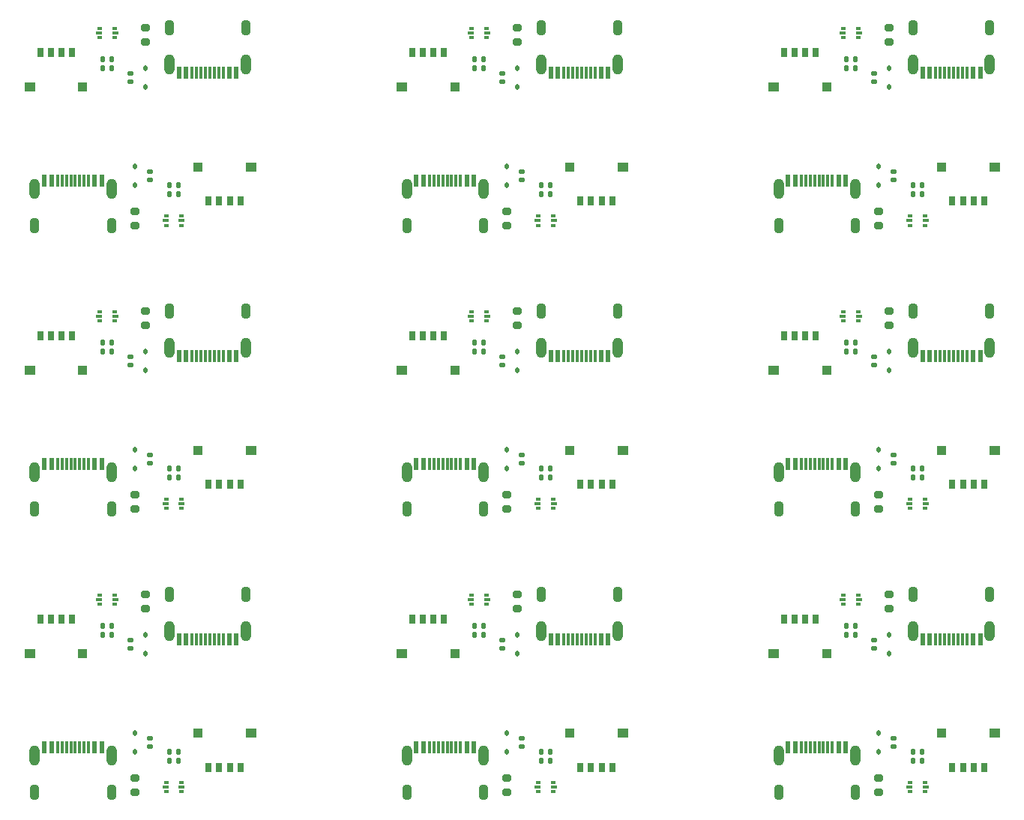
<source format=gtp>
%TF.GenerationSoftware,KiCad,Pcbnew,7.0.5*%
%TF.CreationDate,2023-07-04T16:39:27+08:00*%
%TF.ProjectId,u3-panelized,75332d70-616e-4656-9c69-7a65642e6b69,rev?*%
%TF.SameCoordinates,PX1312d00PY1312d00*%
%TF.FileFunction,Paste,Top*%
%TF.FilePolarity,Positive*%
%FSLAX46Y46*%
G04 Gerber Fmt 4.6, Leading zero omitted, Abs format (unit mm)*
G04 Created by KiCad (PCBNEW 7.0.5) date 2023-07-04 16:39:27*
%MOMM*%
%LPD*%
G01*
G04 APERTURE LIST*
G04 Aperture macros list*
%AMRoundRect*
0 Rectangle with rounded corners*
0 $1 Rounding radius*
0 $2 $3 $4 $5 $6 $7 $8 $9 X,Y pos of 4 corners*
0 Add a 4 corners polygon primitive as box body*
4,1,4,$2,$3,$4,$5,$6,$7,$8,$9,$2,$3,0*
0 Add four circle primitives for the rounded corners*
1,1,$1+$1,$2,$3*
1,1,$1+$1,$4,$5*
1,1,$1+$1,$6,$7*
1,1,$1+$1,$8,$9*
0 Add four rect primitives between the rounded corners*
20,1,$1+$1,$2,$3,$4,$5,0*
20,1,$1+$1,$4,$5,$6,$7,0*
20,1,$1+$1,$6,$7,$8,$9,0*
20,1,$1+$1,$8,$9,$2,$3,0*%
G04 Aperture macros list end*
%ADD10RoundRect,0.112500X0.112500X-0.187500X0.112500X0.187500X-0.112500X0.187500X-0.112500X-0.187500X0*%
%ADD11RoundRect,0.200000X0.275000X-0.200000X0.275000X0.200000X-0.275000X0.200000X-0.275000X-0.200000X0*%
%ADD12RoundRect,0.135000X-0.135000X-0.185000X0.135000X-0.185000X0.135000X0.185000X-0.135000X0.185000X0*%
%ADD13R,0.600000X1.450000*%
%ADD14R,0.300000X1.450000*%
%ADD15O,1.200000X2.300000*%
%ADD16O,1.100000X1.800000*%
%ADD17RoundRect,0.135000X0.135000X0.185000X-0.135000X0.185000X-0.135000X-0.185000X0.135000X-0.185000X0*%
%ADD18RoundRect,0.140000X-0.170000X0.140000X-0.170000X-0.140000X0.170000X-0.140000X0.170000X0.140000X0*%
%ADD19RoundRect,0.200000X-0.275000X0.200000X-0.275000X-0.200000X0.275000X-0.200000X0.275000X0.200000X0*%
%ADD20R,0.800000X1.000000*%
%ADD21R,1.200000X1.000000*%
%ADD22R,1.100000X1.000000*%
%ADD23RoundRect,0.112500X-0.112500X0.187500X-0.112500X-0.187500X0.112500X-0.187500X0.112500X0.187500X0*%
%ADD24RoundRect,0.140000X0.170000X-0.140000X0.170000X0.140000X-0.170000X0.140000X-0.170000X-0.140000X0*%
%ADD25R,0.500000X0.375000*%
%ADD26R,0.650000X0.300000*%
G04 APERTURE END LIST*
D10*
%TO.C,D1*%
X69598601Y-79000001D03*
X69598601Y-76900001D03*
%TD*%
D11*
%TO.C,R3*%
X27598601Y-41950000D03*
X27598601Y-40300000D03*
%TD*%
D12*
%TO.C,R2*%
X22738601Y-76900000D03*
X23758601Y-76900000D03*
%TD*%
D13*
%TO.C,J1*%
X100148601Y-57605000D03*
X100948601Y-57605000D03*
D14*
X102148601Y-57605000D03*
X103148601Y-57605000D03*
X103648601Y-57605000D03*
X104648601Y-57605000D03*
D13*
X105848601Y-57605000D03*
X106648601Y-57605000D03*
X106648601Y-57605000D03*
X105848601Y-57605000D03*
D14*
X105148601Y-57605000D03*
X104148601Y-57605000D03*
X102648601Y-57605000D03*
X101648601Y-57605000D03*
D13*
X100948601Y-57605000D03*
X100148601Y-57605000D03*
D15*
X99078601Y-58520000D03*
D16*
X99078601Y-62700000D03*
D15*
X107718601Y-58520000D03*
D16*
X107718601Y-62700000D03*
%TD*%
D13*
%TO.C,J1*%
X79848601Y-77395000D03*
X79048601Y-77395000D03*
D14*
X77848601Y-77395000D03*
X76848601Y-77395000D03*
X76348601Y-77395000D03*
X75348601Y-77395000D03*
D13*
X74148601Y-77395000D03*
X73348601Y-77395000D03*
X73348601Y-77395000D03*
X74148601Y-77395000D03*
D14*
X74848601Y-77395000D03*
X75848601Y-77395000D03*
X77348601Y-77395000D03*
X78348601Y-77395000D03*
D13*
X79048601Y-77395000D03*
X79848601Y-77395000D03*
D15*
X80918601Y-76480000D03*
D16*
X80918601Y-72300000D03*
D15*
X72278601Y-76480000D03*
D16*
X72278601Y-72300000D03*
%TD*%
D17*
%TO.C,R1*%
X65758601Y-43900000D03*
X64738601Y-43900000D03*
%TD*%
D10*
%TO.C,D1*%
X111598601Y-15000001D03*
X111598601Y-12900001D03*
%TD*%
D11*
%TO.C,R3*%
X27598601Y-73950000D03*
X27598601Y-72300000D03*
%TD*%
D12*
%TO.C,R2*%
X106738601Y-12900000D03*
X107758601Y-12900000D03*
%TD*%
D18*
%TO.C,C1*%
X28098601Y-56569999D03*
X28098601Y-57529999D03*
%TD*%
D17*
%TO.C,R1*%
X65758601Y-75900000D03*
X64738601Y-75900000D03*
%TD*%
D12*
%TO.C,R1*%
X72238601Y-27100000D03*
X73258601Y-27100000D03*
%TD*%
D13*
%TO.C,J1*%
X121848601Y-13395000D03*
X121048601Y-13395000D03*
D14*
X119848601Y-13395000D03*
X118848601Y-13395000D03*
X118348601Y-13395000D03*
X117348601Y-13395000D03*
D13*
X116148601Y-13395000D03*
X115348601Y-13395000D03*
X115348601Y-13395000D03*
X116148601Y-13395000D03*
D14*
X116848601Y-13395000D03*
X117848601Y-13395000D03*
X119348601Y-13395000D03*
X120348601Y-13395000D03*
D13*
X121048601Y-13395000D03*
X121848601Y-13395000D03*
D15*
X122918601Y-12480000D03*
D16*
X122918601Y-8300000D03*
D15*
X114278601Y-12480000D03*
D16*
X114278601Y-8300000D03*
%TD*%
D19*
%TO.C,R3*%
X68398601Y-61050000D03*
X68398601Y-62700000D03*
%TD*%
D20*
%TO.C,J2*%
X99698601Y-43125000D03*
X100898601Y-43125000D03*
X102098601Y-43125000D03*
X103298601Y-43125000D03*
D21*
X98498601Y-46975000D03*
D22*
X104498601Y-46975000D03*
%TD*%
D23*
%TO.C,D1*%
X68398601Y-55999999D03*
X68398601Y-58099999D03*
%TD*%
D18*
%TO.C,C1*%
X28098601Y-24569999D03*
X28098601Y-25529999D03*
%TD*%
D24*
%TO.C,C1*%
X109898601Y-46430001D03*
X109898601Y-45470001D03*
%TD*%
D11*
%TO.C,R3*%
X27598601Y-9950000D03*
X27598601Y-8300000D03*
%TD*%
D25*
%TO.C,U1*%
X71898601Y-93550000D03*
D26*
X71823601Y-94087500D03*
D25*
X71898601Y-94625000D03*
X73598601Y-94625000D03*
D26*
X73673601Y-94087500D03*
D25*
X73598601Y-93550000D03*
%TD*%
D13*
%TO.C,J1*%
X58148601Y-89605000D03*
X58948601Y-89605000D03*
D14*
X60148601Y-89605000D03*
X61148601Y-89605000D03*
X61648601Y-89605000D03*
X62648601Y-89605000D03*
D13*
X63848601Y-89605000D03*
X64648601Y-89605000D03*
X64648601Y-89605000D03*
X63848601Y-89605000D03*
D14*
X63148601Y-89605000D03*
X62148601Y-89605000D03*
X60648601Y-89605000D03*
X59648601Y-89605000D03*
D13*
X58948601Y-89605000D03*
X58148601Y-89605000D03*
D15*
X57078601Y-90520000D03*
D16*
X57078601Y-94700000D03*
D15*
X65718601Y-90520000D03*
D16*
X65718601Y-94700000D03*
%TD*%
D17*
%TO.C,R1*%
X65758601Y-11900000D03*
X64738601Y-11900000D03*
%TD*%
D25*
%TO.C,U1*%
X24098601Y-41450000D03*
D26*
X24173601Y-40912500D03*
D25*
X24098601Y-40375000D03*
X22398601Y-40375000D03*
D26*
X22323601Y-40912500D03*
D25*
X22398601Y-41450000D03*
%TD*%
D24*
%TO.C,C1*%
X25898601Y-14430001D03*
X25898601Y-13470001D03*
%TD*%
D18*
%TO.C,C1*%
X112098601Y-56569999D03*
X112098601Y-57529999D03*
%TD*%
D25*
%TO.C,U1*%
X66098601Y-9450000D03*
D26*
X66173601Y-8912500D03*
D25*
X66098601Y-8375000D03*
X64398601Y-8375000D03*
D26*
X64323601Y-8912500D03*
D25*
X64398601Y-9450000D03*
%TD*%
D18*
%TO.C,C1*%
X28098601Y-88569999D03*
X28098601Y-89529999D03*
%TD*%
D24*
%TO.C,C1*%
X67898601Y-46430001D03*
X67898601Y-45470001D03*
%TD*%
D20*
%TO.C,J2*%
X38298601Y-59875000D03*
X37098601Y-59875000D03*
X35898601Y-59875000D03*
X34698601Y-59875000D03*
D21*
X39498601Y-56025000D03*
D22*
X33498601Y-56025000D03*
%TD*%
D10*
%TO.C,D1*%
X69598601Y-47000001D03*
X69598601Y-44900001D03*
%TD*%
D13*
%TO.C,J1*%
X16148601Y-57605000D03*
X16948601Y-57605000D03*
D14*
X18148601Y-57605000D03*
X19148601Y-57605000D03*
X19648601Y-57605000D03*
X20648601Y-57605000D03*
D13*
X21848601Y-57605000D03*
X22648601Y-57605000D03*
X22648601Y-57605000D03*
X21848601Y-57605000D03*
D14*
X21148601Y-57605000D03*
X20148601Y-57605000D03*
X18648601Y-57605000D03*
X17648601Y-57605000D03*
D13*
X16948601Y-57605000D03*
X16148601Y-57605000D03*
D15*
X15078601Y-58520000D03*
D16*
X15078601Y-62700000D03*
D15*
X23718601Y-58520000D03*
D16*
X23718601Y-62700000D03*
%TD*%
D18*
%TO.C,C1*%
X70098601Y-88569999D03*
X70098601Y-89529999D03*
%TD*%
%TO.C,C1*%
X112098601Y-24569999D03*
X112098601Y-25529999D03*
%TD*%
D25*
%TO.C,U1*%
X29898601Y-93550000D03*
D26*
X29823601Y-94087500D03*
D25*
X29898601Y-94625000D03*
X31598601Y-94625000D03*
D26*
X31673601Y-94087500D03*
D25*
X31598601Y-93550000D03*
%TD*%
D20*
%TO.C,J2*%
X57698601Y-75125000D03*
X58898601Y-75125000D03*
X60098601Y-75125000D03*
X61298601Y-75125000D03*
D21*
X56498601Y-78975000D03*
D22*
X62498601Y-78975000D03*
%TD*%
D12*
%TO.C,R1*%
X30238601Y-59100000D03*
X31258601Y-59100000D03*
%TD*%
D17*
%TO.C,R2*%
X73258601Y-90100000D03*
X72238601Y-90100000D03*
%TD*%
%TO.C,R1*%
X23758601Y-43900000D03*
X22738601Y-43900000D03*
%TD*%
D25*
%TO.C,U1*%
X108098601Y-9450000D03*
D26*
X108173601Y-8912500D03*
D25*
X108098601Y-8375000D03*
X106398601Y-8375000D03*
D26*
X106323601Y-8912500D03*
D25*
X106398601Y-9450000D03*
%TD*%
D17*
%TO.C,R2*%
X73258601Y-26100000D03*
X72238601Y-26100000D03*
%TD*%
D20*
%TO.C,J2*%
X15698601Y-11125000D03*
X16898601Y-11125000D03*
X18098601Y-11125000D03*
X19298601Y-11125000D03*
D21*
X14498601Y-14975000D03*
D22*
X20498601Y-14975000D03*
%TD*%
D24*
%TO.C,C1*%
X67898601Y-14430001D03*
X67898601Y-13470001D03*
%TD*%
D25*
%TO.C,U1*%
X66098601Y-41450000D03*
D26*
X66173601Y-40912500D03*
D25*
X66098601Y-40375000D03*
X64398601Y-40375000D03*
D26*
X64323601Y-40912500D03*
D25*
X64398601Y-41450000D03*
%TD*%
%TO.C,U1*%
X66098601Y-73450000D03*
D26*
X66173601Y-72912500D03*
D25*
X66098601Y-72375000D03*
X64398601Y-72375000D03*
D26*
X64323601Y-72912500D03*
D25*
X64398601Y-73450000D03*
%TD*%
D24*
%TO.C,C1*%
X109898601Y-14430001D03*
X109898601Y-13470001D03*
%TD*%
D23*
%TO.C,D1*%
X68398601Y-87999999D03*
X68398601Y-90099999D03*
%TD*%
D25*
%TO.C,U1*%
X113898601Y-61550000D03*
D26*
X113823601Y-62087500D03*
D25*
X113898601Y-62625000D03*
X115598601Y-62625000D03*
D26*
X115673601Y-62087500D03*
D25*
X115598601Y-61550000D03*
%TD*%
D17*
%TO.C,R2*%
X31258601Y-26100000D03*
X30238601Y-26100000D03*
%TD*%
D18*
%TO.C,C1*%
X70098601Y-56569999D03*
X70098601Y-57529999D03*
%TD*%
D19*
%TO.C,R3*%
X68398601Y-93050000D03*
X68398601Y-94700000D03*
%TD*%
%TO.C,R3*%
X110398601Y-93050000D03*
X110398601Y-94700000D03*
%TD*%
D13*
%TO.C,J1*%
X37848601Y-45395000D03*
X37048601Y-45395000D03*
D14*
X35848601Y-45395000D03*
X34848601Y-45395000D03*
X34348601Y-45395000D03*
X33348601Y-45395000D03*
D13*
X32148601Y-45395000D03*
X31348601Y-45395000D03*
X31348601Y-45395000D03*
X32148601Y-45395000D03*
D14*
X32848601Y-45395000D03*
X33848601Y-45395000D03*
X35348601Y-45395000D03*
X36348601Y-45395000D03*
D13*
X37048601Y-45395000D03*
X37848601Y-45395000D03*
D15*
X38918601Y-44480000D03*
D16*
X38918601Y-40300000D03*
D15*
X30278601Y-44480000D03*
D16*
X30278601Y-40300000D03*
%TD*%
D17*
%TO.C,R2*%
X115258601Y-26100000D03*
X114238601Y-26100000D03*
%TD*%
D20*
%TO.C,J2*%
X38298601Y-91875000D03*
X37098601Y-91875000D03*
X35898601Y-91875000D03*
X34698601Y-91875000D03*
D21*
X39498601Y-88025000D03*
D22*
X33498601Y-88025000D03*
%TD*%
D10*
%TO.C,D1*%
X27598601Y-15000001D03*
X27598601Y-12900001D03*
%TD*%
%TO.C,D1*%
X69598601Y-15000001D03*
X69598601Y-12900001D03*
%TD*%
D12*
%TO.C,R1*%
X114238601Y-59100000D03*
X115258601Y-59100000D03*
%TD*%
D13*
%TO.C,J1*%
X121848601Y-77395000D03*
X121048601Y-77395000D03*
D14*
X119848601Y-77395000D03*
X118848601Y-77395000D03*
X118348601Y-77395000D03*
X117348601Y-77395000D03*
D13*
X116148601Y-77395000D03*
X115348601Y-77395000D03*
X115348601Y-77395000D03*
X116148601Y-77395000D03*
D14*
X116848601Y-77395000D03*
X117848601Y-77395000D03*
X119348601Y-77395000D03*
X120348601Y-77395000D03*
D13*
X121048601Y-77395000D03*
X121848601Y-77395000D03*
D15*
X122918601Y-76480000D03*
D16*
X122918601Y-72300000D03*
D15*
X114278601Y-76480000D03*
D16*
X114278601Y-72300000D03*
%TD*%
D25*
%TO.C,U1*%
X71898601Y-61550000D03*
D26*
X71823601Y-62087500D03*
D25*
X71898601Y-62625000D03*
X73598601Y-62625000D03*
D26*
X73673601Y-62087500D03*
D25*
X73598601Y-61550000D03*
%TD*%
D20*
%TO.C,J2*%
X15698601Y-43125000D03*
X16898601Y-43125000D03*
X18098601Y-43125000D03*
X19298601Y-43125000D03*
D21*
X14498601Y-46975000D03*
D22*
X20498601Y-46975000D03*
%TD*%
D24*
%TO.C,C1*%
X25898601Y-78430001D03*
X25898601Y-77470001D03*
%TD*%
D12*
%TO.C,R2*%
X64738601Y-76900000D03*
X65758601Y-76900000D03*
%TD*%
D19*
%TO.C,R3*%
X110398601Y-61050000D03*
X110398601Y-62700000D03*
%TD*%
D13*
%TO.C,J1*%
X100148601Y-25605000D03*
X100948601Y-25605000D03*
D14*
X102148601Y-25605000D03*
X103148601Y-25605000D03*
X103648601Y-25605000D03*
X104648601Y-25605000D03*
D13*
X105848601Y-25605000D03*
X106648601Y-25605000D03*
X106648601Y-25605000D03*
X105848601Y-25605000D03*
D14*
X105148601Y-25605000D03*
X104148601Y-25605000D03*
X102648601Y-25605000D03*
X101648601Y-25605000D03*
D13*
X100948601Y-25605000D03*
X100148601Y-25605000D03*
D15*
X99078601Y-26520000D03*
D16*
X99078601Y-30700000D03*
D15*
X107718601Y-26520000D03*
D16*
X107718601Y-30700000D03*
%TD*%
D25*
%TO.C,U1*%
X113898601Y-93550000D03*
D26*
X113823601Y-94087500D03*
D25*
X113898601Y-94625000D03*
X115598601Y-94625000D03*
D26*
X115673601Y-94087500D03*
D25*
X115598601Y-93550000D03*
%TD*%
D13*
%TO.C,J1*%
X16148601Y-89605000D03*
X16948601Y-89605000D03*
D14*
X18148601Y-89605000D03*
X19148601Y-89605000D03*
X19648601Y-89605000D03*
X20648601Y-89605000D03*
D13*
X21848601Y-89605000D03*
X22648601Y-89605000D03*
X22648601Y-89605000D03*
X21848601Y-89605000D03*
D14*
X21148601Y-89605000D03*
X20148601Y-89605000D03*
X18648601Y-89605000D03*
X17648601Y-89605000D03*
D13*
X16948601Y-89605000D03*
X16148601Y-89605000D03*
D15*
X15078601Y-90520000D03*
D16*
X15078601Y-94700000D03*
D15*
X23718601Y-90520000D03*
D16*
X23718601Y-94700000D03*
%TD*%
D17*
%TO.C,R2*%
X115258601Y-58100000D03*
X114238601Y-58100000D03*
%TD*%
D10*
%TO.C,D1*%
X27598601Y-47000001D03*
X27598601Y-44900001D03*
%TD*%
D20*
%TO.C,J2*%
X80298601Y-59875000D03*
X79098601Y-59875000D03*
X77898601Y-59875000D03*
X76698601Y-59875000D03*
D21*
X81498601Y-56025000D03*
D22*
X75498601Y-56025000D03*
%TD*%
D13*
%TO.C,J1*%
X79848601Y-45395000D03*
X79048601Y-45395000D03*
D14*
X77848601Y-45395000D03*
X76848601Y-45395000D03*
X76348601Y-45395000D03*
X75348601Y-45395000D03*
D13*
X74148601Y-45395000D03*
X73348601Y-45395000D03*
X73348601Y-45395000D03*
X74148601Y-45395000D03*
D14*
X74848601Y-45395000D03*
X75848601Y-45395000D03*
X77348601Y-45395000D03*
X78348601Y-45395000D03*
D13*
X79048601Y-45395000D03*
X79848601Y-45395000D03*
D15*
X80918601Y-44480000D03*
D16*
X80918601Y-40300000D03*
D15*
X72278601Y-44480000D03*
D16*
X72278601Y-40300000D03*
%TD*%
D17*
%TO.C,R2*%
X115258601Y-90100000D03*
X114238601Y-90100000D03*
%TD*%
D12*
%TO.C,R2*%
X22738601Y-12900000D03*
X23758601Y-12900000D03*
%TD*%
D25*
%TO.C,U1*%
X71898601Y-29550000D03*
D26*
X71823601Y-30087500D03*
D25*
X71898601Y-30625000D03*
X73598601Y-30625000D03*
D26*
X73673601Y-30087500D03*
D25*
X73598601Y-29550000D03*
%TD*%
D20*
%TO.C,J2*%
X57698601Y-11125000D03*
X58898601Y-11125000D03*
X60098601Y-11125000D03*
X61298601Y-11125000D03*
D21*
X56498601Y-14975000D03*
D22*
X62498601Y-14975000D03*
%TD*%
D17*
%TO.C,R1*%
X23758601Y-75900000D03*
X22738601Y-75900000D03*
%TD*%
D12*
%TO.C,R1*%
X30238601Y-91100000D03*
X31258601Y-91100000D03*
%TD*%
D11*
%TO.C,R3*%
X111598601Y-41950000D03*
X111598601Y-40300000D03*
%TD*%
D25*
%TO.C,U1*%
X24098601Y-9450000D03*
D26*
X24173601Y-8912500D03*
D25*
X24098601Y-8375000D03*
X22398601Y-8375000D03*
D26*
X22323601Y-8912500D03*
D25*
X22398601Y-9450000D03*
%TD*%
D13*
%TO.C,J1*%
X37848601Y-77395000D03*
X37048601Y-77395000D03*
D14*
X35848601Y-77395000D03*
X34848601Y-77395000D03*
X34348601Y-77395000D03*
X33348601Y-77395000D03*
D13*
X32148601Y-77395000D03*
X31348601Y-77395000D03*
X31348601Y-77395000D03*
X32148601Y-77395000D03*
D14*
X32848601Y-77395000D03*
X33848601Y-77395000D03*
X35348601Y-77395000D03*
X36348601Y-77395000D03*
D13*
X37048601Y-77395000D03*
X37848601Y-77395000D03*
D15*
X38918601Y-76480000D03*
D16*
X38918601Y-72300000D03*
D15*
X30278601Y-76480000D03*
D16*
X30278601Y-72300000D03*
%TD*%
D12*
%TO.C,R1*%
X114238601Y-27100000D03*
X115258601Y-27100000D03*
%TD*%
D23*
%TO.C,D1*%
X110398601Y-55999999D03*
X110398601Y-58099999D03*
%TD*%
D20*
%TO.C,J2*%
X80298601Y-27875000D03*
X79098601Y-27875000D03*
X77898601Y-27875000D03*
X76698601Y-27875000D03*
D21*
X81498601Y-24025000D03*
D22*
X75498601Y-24025000D03*
%TD*%
D12*
%TO.C,R1*%
X72238601Y-59100000D03*
X73258601Y-59100000D03*
%TD*%
D19*
%TO.C,R3*%
X26398601Y-29050000D03*
X26398601Y-30700000D03*
%TD*%
D23*
%TO.C,D1*%
X110398601Y-87999999D03*
X110398601Y-90099999D03*
%TD*%
D11*
%TO.C,R3*%
X111598601Y-73950000D03*
X111598601Y-72300000D03*
%TD*%
D13*
%TO.C,J1*%
X58148601Y-25605000D03*
X58948601Y-25605000D03*
D14*
X60148601Y-25605000D03*
X61148601Y-25605000D03*
X61648601Y-25605000D03*
X62648601Y-25605000D03*
D13*
X63848601Y-25605000D03*
X64648601Y-25605000D03*
X64648601Y-25605000D03*
X63848601Y-25605000D03*
D14*
X63148601Y-25605000D03*
X62148601Y-25605000D03*
X60648601Y-25605000D03*
X59648601Y-25605000D03*
D13*
X58948601Y-25605000D03*
X58148601Y-25605000D03*
D15*
X57078601Y-26520000D03*
D16*
X57078601Y-30700000D03*
D15*
X65718601Y-26520000D03*
D16*
X65718601Y-30700000D03*
%TD*%
D11*
%TO.C,R3*%
X69598601Y-41950000D03*
X69598601Y-40300000D03*
%TD*%
D12*
%TO.C,R1*%
X72238601Y-91100000D03*
X73258601Y-91100000D03*
%TD*%
D17*
%TO.C,R1*%
X107758601Y-43900000D03*
X106738601Y-43900000D03*
%TD*%
D25*
%TO.C,U1*%
X29898601Y-29550000D03*
D26*
X29823601Y-30087500D03*
D25*
X29898601Y-30625000D03*
X31598601Y-30625000D03*
D26*
X31673601Y-30087500D03*
D25*
X31598601Y-29550000D03*
%TD*%
D24*
%TO.C,C1*%
X67898601Y-78430001D03*
X67898601Y-77470001D03*
%TD*%
D12*
%TO.C,R1*%
X114238601Y-91100000D03*
X115258601Y-91100000D03*
%TD*%
%TO.C,R2*%
X106738601Y-76900000D03*
X107758601Y-76900000D03*
%TD*%
D10*
%TO.C,D1*%
X27598601Y-79000001D03*
X27598601Y-76900001D03*
%TD*%
%TO.C,D1*%
X111598601Y-47000001D03*
X111598601Y-44900001D03*
%TD*%
D19*
%TO.C,R3*%
X110398601Y-29050000D03*
X110398601Y-30700000D03*
%TD*%
D25*
%TO.C,U1*%
X29898601Y-61550000D03*
D26*
X29823601Y-62087500D03*
D25*
X29898601Y-62625000D03*
X31598601Y-62625000D03*
D26*
X31673601Y-62087500D03*
D25*
X31598601Y-61550000D03*
%TD*%
%TO.C,U1*%
X108098601Y-73450000D03*
D26*
X108173601Y-72912500D03*
D25*
X108098601Y-72375000D03*
X106398601Y-72375000D03*
D26*
X106323601Y-72912500D03*
D25*
X106398601Y-73450000D03*
%TD*%
D12*
%TO.C,R2*%
X64738601Y-44900000D03*
X65758601Y-44900000D03*
%TD*%
%TO.C,R2*%
X22738601Y-44900000D03*
X23758601Y-44900000D03*
%TD*%
D13*
%TO.C,J1*%
X100148601Y-89605000D03*
X100948601Y-89605000D03*
D14*
X102148601Y-89605000D03*
X103148601Y-89605000D03*
X103648601Y-89605000D03*
X104648601Y-89605000D03*
D13*
X105848601Y-89605000D03*
X106648601Y-89605000D03*
X106648601Y-89605000D03*
X105848601Y-89605000D03*
D14*
X105148601Y-89605000D03*
X104148601Y-89605000D03*
X102648601Y-89605000D03*
X101648601Y-89605000D03*
D13*
X100948601Y-89605000D03*
X100148601Y-89605000D03*
D15*
X99078601Y-90520000D03*
D16*
X99078601Y-94700000D03*
D15*
X107718601Y-90520000D03*
D16*
X107718601Y-94700000D03*
%TD*%
D10*
%TO.C,D1*%
X111598601Y-79000001D03*
X111598601Y-76900001D03*
%TD*%
D24*
%TO.C,C1*%
X25898601Y-46430001D03*
X25898601Y-45470001D03*
%TD*%
D13*
%TO.C,J1*%
X16148601Y-25605000D03*
X16948601Y-25605000D03*
D14*
X18148601Y-25605000D03*
X19148601Y-25605000D03*
X19648601Y-25605000D03*
X20648601Y-25605000D03*
D13*
X21848601Y-25605000D03*
X22648601Y-25605000D03*
X22648601Y-25605000D03*
X21848601Y-25605000D03*
D14*
X21148601Y-25605000D03*
X20148601Y-25605000D03*
X18648601Y-25605000D03*
X17648601Y-25605000D03*
D13*
X16948601Y-25605000D03*
X16148601Y-25605000D03*
D15*
X15078601Y-26520000D03*
D16*
X15078601Y-30700000D03*
D15*
X23718601Y-26520000D03*
D16*
X23718601Y-30700000D03*
%TD*%
D20*
%TO.C,J2*%
X80298601Y-91875000D03*
X79098601Y-91875000D03*
X77898601Y-91875000D03*
X76698601Y-91875000D03*
D21*
X81498601Y-88025000D03*
D22*
X75498601Y-88025000D03*
%TD*%
D17*
%TO.C,R2*%
X31258601Y-90100000D03*
X30238601Y-90100000D03*
%TD*%
D19*
%TO.C,R3*%
X68398601Y-29050000D03*
X68398601Y-30700000D03*
%TD*%
D11*
%TO.C,R3*%
X69598601Y-9950000D03*
X69598601Y-8300000D03*
%TD*%
D23*
%TO.C,D1*%
X110398601Y-23999999D03*
X110398601Y-26099999D03*
%TD*%
D20*
%TO.C,J2*%
X122298601Y-59875000D03*
X121098601Y-59875000D03*
X119898601Y-59875000D03*
X118698601Y-59875000D03*
D21*
X123498601Y-56025000D03*
D22*
X117498601Y-56025000D03*
%TD*%
D20*
%TO.C,J2*%
X57698601Y-43125000D03*
X58898601Y-43125000D03*
X60098601Y-43125000D03*
X61298601Y-43125000D03*
D21*
X56498601Y-46975000D03*
D22*
X62498601Y-46975000D03*
%TD*%
D13*
%TO.C,J1*%
X37848601Y-13395000D03*
X37048601Y-13395000D03*
D14*
X35848601Y-13395000D03*
X34848601Y-13395000D03*
X34348601Y-13395000D03*
X33348601Y-13395000D03*
D13*
X32148601Y-13395000D03*
X31348601Y-13395000D03*
X31348601Y-13395000D03*
X32148601Y-13395000D03*
D14*
X32848601Y-13395000D03*
X33848601Y-13395000D03*
X35348601Y-13395000D03*
X36348601Y-13395000D03*
D13*
X37048601Y-13395000D03*
X37848601Y-13395000D03*
D15*
X38918601Y-12480000D03*
D16*
X38918601Y-8300000D03*
D15*
X30278601Y-12480000D03*
D16*
X30278601Y-8300000D03*
%TD*%
D18*
%TO.C,C1*%
X112098601Y-88569999D03*
X112098601Y-89529999D03*
%TD*%
D24*
%TO.C,C1*%
X109898601Y-78430001D03*
X109898601Y-77470001D03*
%TD*%
D19*
%TO.C,R3*%
X26398601Y-61050000D03*
X26398601Y-62700000D03*
%TD*%
D18*
%TO.C,C1*%
X70098601Y-24569999D03*
X70098601Y-25529999D03*
%TD*%
D20*
%TO.C,J2*%
X38298601Y-27875000D03*
X37098601Y-27875000D03*
X35898601Y-27875000D03*
X34698601Y-27875000D03*
D21*
X39498601Y-24025000D03*
D22*
X33498601Y-24025000D03*
%TD*%
D12*
%TO.C,R2*%
X64738601Y-12900000D03*
X65758601Y-12900000D03*
%TD*%
D17*
%TO.C,R1*%
X107758601Y-11900000D03*
X106738601Y-11900000D03*
%TD*%
%TO.C,R2*%
X73258601Y-58100000D03*
X72238601Y-58100000D03*
%TD*%
D25*
%TO.C,U1*%
X113898601Y-29550000D03*
D26*
X113823601Y-30087500D03*
D25*
X113898601Y-30625000D03*
X115598601Y-30625000D03*
D26*
X115673601Y-30087500D03*
D25*
X115598601Y-29550000D03*
%TD*%
D23*
%TO.C,D1*%
X26398601Y-55999999D03*
X26398601Y-58099999D03*
%TD*%
D13*
%TO.C,J1*%
X58148601Y-57605000D03*
X58948601Y-57605000D03*
D14*
X60148601Y-57605000D03*
X61148601Y-57605000D03*
X61648601Y-57605000D03*
X62648601Y-57605000D03*
D13*
X63848601Y-57605000D03*
X64648601Y-57605000D03*
X64648601Y-57605000D03*
X63848601Y-57605000D03*
D14*
X63148601Y-57605000D03*
X62148601Y-57605000D03*
X60648601Y-57605000D03*
X59648601Y-57605000D03*
D13*
X58948601Y-57605000D03*
X58148601Y-57605000D03*
D15*
X57078601Y-58520000D03*
D16*
X57078601Y-62700000D03*
D15*
X65718601Y-58520000D03*
D16*
X65718601Y-62700000D03*
%TD*%
D25*
%TO.C,U1*%
X24098601Y-73450000D03*
D26*
X24173601Y-72912500D03*
D25*
X24098601Y-72375000D03*
X22398601Y-72375000D03*
D26*
X22323601Y-72912500D03*
D25*
X22398601Y-73450000D03*
%TD*%
D11*
%TO.C,R3*%
X111598601Y-9950000D03*
X111598601Y-8300000D03*
%TD*%
D20*
%TO.C,J2*%
X122298601Y-91875000D03*
X121098601Y-91875000D03*
X119898601Y-91875000D03*
X118698601Y-91875000D03*
D21*
X123498601Y-88025000D03*
D22*
X117498601Y-88025000D03*
%TD*%
D20*
%TO.C,J2*%
X99698601Y-11125000D03*
X100898601Y-11125000D03*
X102098601Y-11125000D03*
X103298601Y-11125000D03*
D21*
X98498601Y-14975000D03*
D22*
X104498601Y-14975000D03*
%TD*%
D19*
%TO.C,R3*%
X26398601Y-93050000D03*
X26398601Y-94700000D03*
%TD*%
D20*
%TO.C,J2*%
X15698601Y-75125000D03*
X16898601Y-75125000D03*
X18098601Y-75125000D03*
X19298601Y-75125000D03*
D21*
X14498601Y-78975000D03*
D22*
X20498601Y-78975000D03*
%TD*%
D25*
%TO.C,U1*%
X108098601Y-41450000D03*
D26*
X108173601Y-40912500D03*
D25*
X108098601Y-40375000D03*
X106398601Y-40375000D03*
D26*
X106323601Y-40912500D03*
D25*
X106398601Y-41450000D03*
%TD*%
D23*
%TO.C,D1*%
X26398601Y-23999999D03*
X26398601Y-26099999D03*
%TD*%
D12*
%TO.C,R2*%
X106738601Y-44900000D03*
X107758601Y-44900000D03*
%TD*%
D23*
%TO.C,D1*%
X68398601Y-23999999D03*
X68398601Y-26099999D03*
%TD*%
D13*
%TO.C,J1*%
X79848601Y-13395000D03*
X79048601Y-13395000D03*
D14*
X77848601Y-13395000D03*
X76848601Y-13395000D03*
X76348601Y-13395000D03*
X75348601Y-13395000D03*
D13*
X74148601Y-13395000D03*
X73348601Y-13395000D03*
X73348601Y-13395000D03*
X74148601Y-13395000D03*
D14*
X74848601Y-13395000D03*
X75848601Y-13395000D03*
X77348601Y-13395000D03*
X78348601Y-13395000D03*
D13*
X79048601Y-13395000D03*
X79848601Y-13395000D03*
D15*
X80918601Y-12480000D03*
D16*
X80918601Y-8300000D03*
D15*
X72278601Y-12480000D03*
D16*
X72278601Y-8300000D03*
%TD*%
D17*
%TO.C,R1*%
X107758601Y-75900000D03*
X106738601Y-75900000D03*
%TD*%
%TO.C,R1*%
X23758601Y-11900000D03*
X22738601Y-11900000D03*
%TD*%
D11*
%TO.C,R3*%
X69598601Y-73950000D03*
X69598601Y-72300000D03*
%TD*%
D20*
%TO.C,J2*%
X122298601Y-27875000D03*
X121098601Y-27875000D03*
X119898601Y-27875000D03*
X118698601Y-27875000D03*
D21*
X123498601Y-24025000D03*
D22*
X117498601Y-24025000D03*
%TD*%
D23*
%TO.C,D1*%
X26398601Y-87999999D03*
X26398601Y-90099999D03*
%TD*%
D20*
%TO.C,J2*%
X99698601Y-75125000D03*
X100898601Y-75125000D03*
X102098601Y-75125000D03*
X103298601Y-75125000D03*
D21*
X98498601Y-78975000D03*
D22*
X104498601Y-78975000D03*
%TD*%
D12*
%TO.C,R1*%
X30238601Y-27100000D03*
X31258601Y-27100000D03*
%TD*%
D17*
%TO.C,R2*%
X31258601Y-58100000D03*
X30238601Y-58100000D03*
%TD*%
D13*
%TO.C,J1*%
X121848601Y-45395000D03*
X121048601Y-45395000D03*
D14*
X119848601Y-45395000D03*
X118848601Y-45395000D03*
X118348601Y-45395000D03*
X117348601Y-45395000D03*
D13*
X116148601Y-45395000D03*
X115348601Y-45395000D03*
X115348601Y-45395000D03*
X116148601Y-45395000D03*
D14*
X116848601Y-45395000D03*
X117848601Y-45395000D03*
X119348601Y-45395000D03*
X120348601Y-45395000D03*
D13*
X121048601Y-45395000D03*
X121848601Y-45395000D03*
D15*
X122918601Y-44480000D03*
D16*
X122918601Y-40300000D03*
D15*
X114278601Y-44480000D03*
D16*
X114278601Y-40300000D03*
%TD*%
M02*

</source>
